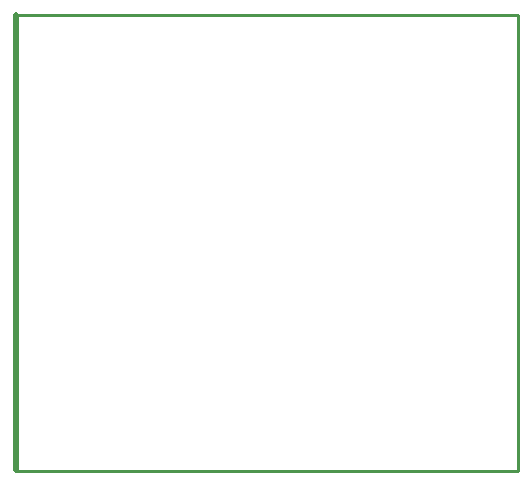
<source format=gko>
G04 start of page 4 for group 2 idx 6 *
G04 Title: SAP, outline *
G04 Creator: pcb 4.0.2 *
G04 CreationDate: Sat Jan 19 10:52:36 2019 UTC *
G04 For: phil *
G04 Format: Gerber/RS-274X *
G04 PCB-Dimensions (mil): 1811.02 1574.80 *
G04 PCB-Coordinate-Origin: lower left *
%MOIN*%
%FSLAX25Y25*%
%LNGKO*%
%ADD38C,0.0100*%
%ADD37C,0.0200*%
G54D37*X0Y157480D02*Y5591D01*
G54D38*X167323Y157480D02*X0D01*
X512Y5551D02*X167402D01*
X167323Y5669D02*Y157480D01*
M02*

</source>
